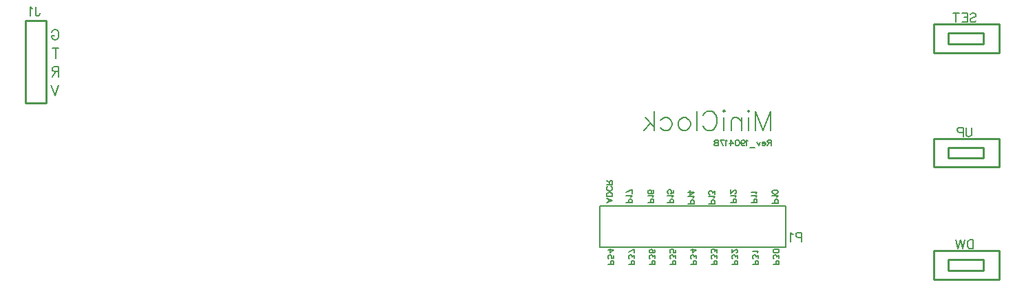
<source format=gbo>
G04 Layer: BottomSilkLayer*
G04 EasyEDA v5.9.42, Fri, 19 Apr 2019 15:14:02 GMT*
G04 1b50a63325eb494884fe414bfed8a826*
G04 Gerber Generator version 0.2*
G04 Scale: 100 percent, Rotated: No, Reflected: No *
G04 Dimensions in inches *
G04 leading zeros omitted , absolute positions ,2 integer and 4 decimal *
%FSLAX24Y24*%
%MOIN*%
G90*
G70D02*

%ADD10C,0.010000*%
%ADD11C,0.006000*%
%ADD13C,0.008000*%
%ADD36C,0.005000*%

%LPD*%
G54D10*
G01X47026Y8946D02*
G01X47026Y8986D01*
G01X45333Y8986D01*
G01X45333Y8474D01*
G01X47026Y8474D01*
G01X47026Y8946D01*
G01X46200Y9419D02*
G01X44625Y9419D01*
G01X44625Y8041D01*
G01X47775Y8041D01*
G01X47775Y9419D01*
G01X46200Y9419D01*
G01X1650Y15150D02*
G01X650Y15150D01*
G01X650Y11150D01*
G01X1650Y11150D01*
G01X1650Y15150D01*
G01X47026Y14496D02*
G01X47026Y14536D01*
G01X45333Y14536D01*
G01X45333Y14024D01*
G01X47026Y14024D01*
G01X47026Y14496D01*
G01X46200Y14969D02*
G01X44625Y14969D01*
G01X44625Y13591D01*
G01X47775Y13591D01*
G01X47775Y14969D01*
G01X46200Y14969D01*
G01X47026Y3496D02*
G01X47026Y3536D01*
G01X45333Y3536D01*
G01X45333Y3024D01*
G01X47026Y3024D01*
G01X47026Y3496D01*
G01X46200Y3969D02*
G01X44625Y3969D01*
G01X44625Y2591D01*
G01X47775Y2591D01*
G01X47775Y3969D01*
G01X46200Y3969D01*
G54D13*
G01X37450Y6150D02*
G01X28450Y6150D01*
G01X28450Y4150D01*
G01X37450Y4150D01*
G01X37450Y6150D01*
G01X36727Y10754D02*
G01X36727Y9799D01*
G01X36727Y10754D02*
G01X36363Y9799D01*
G01X36000Y10754D02*
G01X36363Y9799D01*
G01X36000Y10754D02*
G01X36000Y9799D01*
G01X35700Y10754D02*
G01X35654Y10708D01*
G01X35609Y10754D01*
G01X35654Y10799D01*
G01X35700Y10754D01*
G01X35654Y10436D02*
G01X35654Y9799D01*
G01X35309Y10436D02*
G01X35309Y9799D01*
G01X35309Y10254D02*
G01X35172Y10390D01*
G01X35081Y10436D01*
G01X34945Y10436D01*
G01X34854Y10390D01*
G01X34809Y10254D01*
G01X34809Y9799D01*
G01X34509Y10754D02*
G01X34463Y10708D01*
G01X34418Y10754D01*
G01X34463Y10799D01*
G01X34509Y10754D01*
G01X34463Y10436D02*
G01X34463Y9799D01*
G01X33436Y10527D02*
G01X33481Y10618D01*
G01X33572Y10708D01*
G01X33663Y10754D01*
G01X33845Y10754D01*
G01X33936Y10708D01*
G01X34027Y10618D01*
G01X34072Y10527D01*
G01X34118Y10390D01*
G01X34118Y10163D01*
G01X34072Y10027D01*
G01X34027Y9936D01*
G01X33936Y9845D01*
G01X33845Y9799D01*
G01X33663Y9799D01*
G01X33572Y9845D01*
G01X33481Y9936D01*
G01X33436Y10027D01*
G01X33136Y10754D02*
G01X33136Y9799D01*
G01X32609Y10436D02*
G01X32700Y10390D01*
G01X32790Y10299D01*
G01X32836Y10163D01*
G01X32836Y10072D01*
G01X32790Y9936D01*
G01X32700Y9845D01*
G01X32609Y9799D01*
G01X32472Y9799D01*
G01X32381Y9845D01*
G01X32290Y9936D01*
G01X32245Y10072D01*
G01X32245Y10163D01*
G01X32290Y10299D01*
G01X32381Y10390D01*
G01X32472Y10436D01*
G01X32609Y10436D01*
G01X31400Y10299D02*
G01X31490Y10390D01*
G01X31581Y10436D01*
G01X31718Y10436D01*
G01X31809Y10390D01*
G01X31900Y10299D01*
G01X31945Y10163D01*
G01X31945Y10072D01*
G01X31900Y9936D01*
G01X31809Y9845D01*
G01X31718Y9799D01*
G01X31581Y9799D01*
G01X31490Y9845D01*
G01X31400Y9936D01*
G01X31100Y10754D02*
G01X31100Y9799D01*
G01X30645Y10436D02*
G01X31100Y9981D01*
G01X30918Y10163D02*
G01X30600Y9799D01*
G01X1922Y14586D02*
G01X1945Y14631D01*
G01X1990Y14677D01*
G01X2036Y14700D01*
G01X2127Y14700D01*
G01X2172Y14677D01*
G01X2218Y14631D01*
G01X2240Y14586D01*
G01X2263Y14518D01*
G01X2263Y14404D01*
G01X2240Y14336D01*
G01X2218Y14290D01*
G01X2172Y14245D01*
G01X2127Y14222D01*
G01X2036Y14222D01*
G01X1990Y14245D01*
G01X1945Y14290D01*
G01X1922Y14336D01*
G01X1922Y14404D01*
G01X2036Y14404D02*
G01X1922Y14404D01*
G01X2104Y13800D02*
G01X2104Y13322D01*
G01X2263Y13800D02*
G01X1945Y13800D01*
G01X2263Y12900D02*
G01X2263Y12422D01*
G01X2263Y12900D02*
G01X2059Y12900D01*
G01X1990Y12877D01*
G01X1968Y12854D01*
G01X1945Y12809D01*
G01X1945Y12763D01*
G01X1968Y12718D01*
G01X1990Y12695D01*
G01X2059Y12672D01*
G01X2263Y12672D01*
G01X2104Y12672D02*
G01X1945Y12422D01*
G01X2263Y12000D02*
G01X2081Y11522D01*
G01X1900Y12000D02*
G01X2081Y11522D01*
G54D36*
G01X37083Y6286D02*
G01X36797Y6286D01*
G01X37083Y6286D02*
G01X37083Y6409D01*
G01X37069Y6449D01*
G01X37056Y6463D01*
G01X37029Y6477D01*
G01X36988Y6477D01*
G01X36960Y6463D01*
G01X36947Y6449D01*
G01X36933Y6409D01*
G01X36933Y6286D01*
G01X37029Y6567D02*
G01X37042Y6594D01*
G01X37083Y6635D01*
G01X36797Y6635D01*
G01X37083Y6807D02*
G01X37069Y6766D01*
G01X37029Y6739D01*
G01X36960Y6725D01*
G01X36919Y6725D01*
G01X36851Y6739D01*
G01X36810Y6766D01*
G01X36797Y6807D01*
G01X36797Y6834D01*
G01X36810Y6875D01*
G01X36851Y6902D01*
G01X36919Y6916D01*
G01X36960Y6916D01*
G01X37029Y6902D01*
G01X37069Y6875D01*
G01X37083Y6834D01*
G01X37083Y6807D01*
G01X36063Y6300D02*
G01X35777Y6300D01*
G01X36063Y6300D02*
G01X36063Y6422D01*
G01X36050Y6463D01*
G01X36036Y6477D01*
G01X36009Y6490D01*
G01X35968Y6490D01*
G01X35940Y6477D01*
G01X35927Y6463D01*
G01X35913Y6422D01*
G01X35913Y6300D01*
G01X36009Y6580D02*
G01X36022Y6608D01*
G01X36063Y6649D01*
G01X35777Y6649D01*
G01X36009Y6739D02*
G01X36022Y6766D01*
G01X36063Y6807D01*
G01X35777Y6807D01*
G01X35063Y6300D02*
G01X34777Y6300D01*
G01X35063Y6300D02*
G01X35063Y6422D01*
G01X35050Y6463D01*
G01X35036Y6477D01*
G01X35009Y6490D01*
G01X34968Y6490D01*
G01X34940Y6477D01*
G01X34927Y6463D01*
G01X34913Y6422D01*
G01X34913Y6300D01*
G01X35009Y6580D02*
G01X35022Y6608D01*
G01X35063Y6649D01*
G01X34777Y6649D01*
G01X34995Y6752D02*
G01X35009Y6752D01*
G01X35036Y6766D01*
G01X35050Y6780D01*
G01X35063Y6807D01*
G01X35063Y6861D01*
G01X35050Y6889D01*
G01X35036Y6902D01*
G01X35009Y6916D01*
G01X34981Y6916D01*
G01X34954Y6902D01*
G01X34913Y6875D01*
G01X34777Y6739D01*
G01X34777Y6930D01*
G01X34013Y6250D02*
G01X33727Y6250D01*
G01X34013Y6250D02*
G01X34013Y6372D01*
G01X34000Y6413D01*
G01X33986Y6427D01*
G01X33959Y6440D01*
G01X33918Y6440D01*
G01X33890Y6427D01*
G01X33877Y6413D01*
G01X33863Y6372D01*
G01X33863Y6250D01*
G01X33959Y6530D02*
G01X33972Y6558D01*
G01X34013Y6599D01*
G01X33727Y6599D01*
G01X34013Y6716D02*
G01X34013Y6866D01*
G01X33904Y6784D01*
G01X33904Y6825D01*
G01X33890Y6852D01*
G01X33877Y6866D01*
G01X33836Y6880D01*
G01X33809Y6880D01*
G01X33768Y6866D01*
G01X33740Y6839D01*
G01X33727Y6798D01*
G01X33727Y6757D01*
G01X33740Y6716D01*
G01X33754Y6702D01*
G01X33781Y6689D01*
G01X33013Y6250D02*
G01X32727Y6250D01*
G01X33013Y6250D02*
G01X33013Y6372D01*
G01X33000Y6413D01*
G01X32986Y6427D01*
G01X32959Y6440D01*
G01X32918Y6440D01*
G01X32890Y6427D01*
G01X32877Y6413D01*
G01X32863Y6372D01*
G01X32863Y6250D01*
G01X32959Y6530D02*
G01X32972Y6558D01*
G01X33013Y6599D01*
G01X32727Y6599D01*
G01X33013Y6825D02*
G01X32822Y6689D01*
G01X32822Y6893D01*
G01X33013Y6825D02*
G01X32727Y6825D01*
G01X32013Y6300D02*
G01X31727Y6300D01*
G01X32013Y6300D02*
G01X32013Y6422D01*
G01X32000Y6463D01*
G01X31986Y6477D01*
G01X31959Y6490D01*
G01X31918Y6490D01*
G01X31890Y6477D01*
G01X31877Y6463D01*
G01X31863Y6422D01*
G01X31863Y6300D01*
G01X31959Y6580D02*
G01X31972Y6608D01*
G01X32013Y6649D01*
G01X31727Y6649D01*
G01X32013Y6902D02*
G01X32013Y6766D01*
G01X31890Y6752D01*
G01X31904Y6766D01*
G01X31918Y6807D01*
G01X31918Y6848D01*
G01X31904Y6889D01*
G01X31877Y6916D01*
G01X31836Y6930D01*
G01X31809Y6930D01*
G01X31768Y6916D01*
G01X31740Y6889D01*
G01X31727Y6848D01*
G01X31727Y6807D01*
G01X31740Y6766D01*
G01X31754Y6752D01*
G01X31781Y6739D01*
G01X31063Y6300D02*
G01X30777Y6300D01*
G01X31063Y6300D02*
G01X31063Y6422D01*
G01X31050Y6463D01*
G01X31036Y6477D01*
G01X31009Y6490D01*
G01X30968Y6490D01*
G01X30940Y6477D01*
G01X30927Y6463D01*
G01X30913Y6422D01*
G01X30913Y6300D01*
G01X31009Y6580D02*
G01X31022Y6608D01*
G01X31063Y6649D01*
G01X30777Y6649D01*
G01X31022Y6902D02*
G01X31050Y6889D01*
G01X31063Y6848D01*
G01X31063Y6820D01*
G01X31050Y6780D01*
G01X31009Y6752D01*
G01X30940Y6739D01*
G01X30872Y6739D01*
G01X30818Y6752D01*
G01X30790Y6780D01*
G01X30777Y6820D01*
G01X30777Y6834D01*
G01X30790Y6875D01*
G01X30818Y6902D01*
G01X30859Y6916D01*
G01X30872Y6916D01*
G01X30913Y6902D01*
G01X30940Y6875D01*
G01X30954Y6834D01*
G01X30954Y6820D01*
G01X30940Y6780D01*
G01X30913Y6752D01*
G01X30872Y6739D01*
G01X30013Y6300D02*
G01X29727Y6300D01*
G01X30013Y6300D02*
G01X30013Y6422D01*
G01X30000Y6463D01*
G01X29986Y6477D01*
G01X29959Y6490D01*
G01X29918Y6490D01*
G01X29890Y6477D01*
G01X29877Y6463D01*
G01X29863Y6422D01*
G01X29863Y6300D01*
G01X29959Y6580D02*
G01X29972Y6608D01*
G01X30013Y6649D01*
G01X29727Y6649D01*
G01X30013Y6930D02*
G01X29727Y6793D01*
G01X30013Y6739D02*
G01X30013Y6930D01*
G01X29063Y6409D02*
G01X28777Y6300D01*
G01X29063Y6409D02*
G01X28777Y6518D01*
G01X28872Y6340D02*
G01X28872Y6477D01*
G01X29063Y6608D02*
G01X28777Y6608D01*
G01X29063Y6608D02*
G01X29063Y6703D01*
G01X29050Y6744D01*
G01X29022Y6771D01*
G01X28995Y6785D01*
G01X28954Y6799D01*
G01X28886Y6799D01*
G01X28845Y6785D01*
G01X28818Y6771D01*
G01X28790Y6744D01*
G01X28777Y6703D01*
G01X28777Y6608D01*
G01X28995Y7093D02*
G01X29022Y7080D01*
G01X29050Y7052D01*
G01X29063Y7025D01*
G01X29063Y6970D01*
G01X29050Y6943D01*
G01X29022Y6916D01*
G01X28995Y6902D01*
G01X28954Y6889D01*
G01X28886Y6889D01*
G01X28845Y6902D01*
G01X28818Y6916D01*
G01X28790Y6943D01*
G01X28777Y6970D01*
G01X28777Y7025D01*
G01X28790Y7052D01*
G01X28818Y7080D01*
G01X28845Y7093D01*
G01X29063Y7183D02*
G01X28777Y7183D01*
G01X29063Y7183D02*
G01X29063Y7306D01*
G01X29050Y7347D01*
G01X29036Y7360D01*
G01X29009Y7374D01*
G01X28981Y7374D01*
G01X28954Y7360D01*
G01X28940Y7347D01*
G01X28927Y7306D01*
G01X28927Y7183D01*
G01X28927Y7279D02*
G01X28777Y7374D01*
G01X37127Y3300D02*
G01X36840Y3300D01*
G01X37127Y3300D02*
G01X37127Y3422D01*
G01X37113Y3463D01*
G01X37100Y3477D01*
G01X37072Y3490D01*
G01X37031Y3490D01*
G01X37004Y3477D01*
G01X36990Y3463D01*
G01X36977Y3422D01*
G01X36977Y3300D01*
G01X37127Y3608D02*
G01X37127Y3758D01*
G01X37018Y3676D01*
G01X37018Y3717D01*
G01X37004Y3744D01*
G01X36990Y3758D01*
G01X36950Y3771D01*
G01X36922Y3771D01*
G01X36881Y3758D01*
G01X36854Y3730D01*
G01X36840Y3690D01*
G01X36840Y3649D01*
G01X36854Y3608D01*
G01X36868Y3594D01*
G01X36895Y3580D01*
G01X37127Y3943D02*
G01X37113Y3902D01*
G01X37072Y3875D01*
G01X37004Y3861D01*
G01X36963Y3861D01*
G01X36895Y3875D01*
G01X36854Y3902D01*
G01X36840Y3943D01*
G01X36840Y3970D01*
G01X36854Y4011D01*
G01X36895Y4039D01*
G01X36963Y4052D01*
G01X37004Y4052D01*
G01X37072Y4039D01*
G01X37113Y4011D01*
G01X37127Y3970D01*
G01X37127Y3943D01*
G01X36127Y3300D02*
G01X35840Y3300D01*
G01X36127Y3300D02*
G01X36127Y3422D01*
G01X36113Y3463D01*
G01X36100Y3477D01*
G01X36072Y3490D01*
G01X36031Y3490D01*
G01X36004Y3477D01*
G01X35990Y3463D01*
G01X35977Y3422D01*
G01X35977Y3300D01*
G01X36127Y3608D02*
G01X36127Y3758D01*
G01X36018Y3676D01*
G01X36018Y3717D01*
G01X36004Y3744D01*
G01X35990Y3758D01*
G01X35950Y3771D01*
G01X35922Y3771D01*
G01X35881Y3758D01*
G01X35854Y3730D01*
G01X35840Y3690D01*
G01X35840Y3649D01*
G01X35854Y3608D01*
G01X35868Y3594D01*
G01X35895Y3580D01*
G01X36072Y3861D02*
G01X36086Y3889D01*
G01X36127Y3930D01*
G01X35840Y3930D01*
G01X35127Y3300D02*
G01X34840Y3300D01*
G01X35127Y3300D02*
G01X35127Y3422D01*
G01X35113Y3463D01*
G01X35100Y3477D01*
G01X35072Y3490D01*
G01X35031Y3490D01*
G01X35004Y3477D01*
G01X34990Y3463D01*
G01X34977Y3422D01*
G01X34977Y3300D01*
G01X35127Y3608D02*
G01X35127Y3758D01*
G01X35018Y3676D01*
G01X35018Y3717D01*
G01X35004Y3744D01*
G01X34990Y3758D01*
G01X34950Y3771D01*
G01X34922Y3771D01*
G01X34881Y3758D01*
G01X34854Y3730D01*
G01X34840Y3690D01*
G01X34840Y3649D01*
G01X34854Y3608D01*
G01X34868Y3594D01*
G01X34895Y3580D01*
G01X35059Y3875D02*
G01X35072Y3875D01*
G01X35100Y3889D01*
G01X35113Y3902D01*
G01X35127Y3930D01*
G01X35127Y3984D01*
G01X35113Y4011D01*
G01X35100Y4025D01*
G01X35072Y4039D01*
G01X35045Y4039D01*
G01X35018Y4025D01*
G01X34977Y3998D01*
G01X34840Y3861D01*
G01X34840Y4052D01*
G01X34127Y3300D02*
G01X33840Y3300D01*
G01X34127Y3300D02*
G01X34127Y3422D01*
G01X34113Y3463D01*
G01X34100Y3477D01*
G01X34072Y3490D01*
G01X34031Y3490D01*
G01X34004Y3477D01*
G01X33990Y3463D01*
G01X33977Y3422D01*
G01X33977Y3300D01*
G01X34127Y3608D02*
G01X34127Y3758D01*
G01X34018Y3676D01*
G01X34018Y3717D01*
G01X34004Y3744D01*
G01X33990Y3758D01*
G01X33950Y3771D01*
G01X33922Y3771D01*
G01X33881Y3758D01*
G01X33854Y3730D01*
G01X33840Y3690D01*
G01X33840Y3649D01*
G01X33854Y3608D01*
G01X33868Y3594D01*
G01X33895Y3580D01*
G01X34127Y3889D02*
G01X34127Y4039D01*
G01X34018Y3957D01*
G01X34018Y3998D01*
G01X34004Y4025D01*
G01X33990Y4039D01*
G01X33950Y4052D01*
G01X33922Y4052D01*
G01X33881Y4039D01*
G01X33854Y4011D01*
G01X33840Y3970D01*
G01X33840Y3930D01*
G01X33854Y3889D01*
G01X33868Y3875D01*
G01X33895Y3861D01*
G01X33127Y3300D02*
G01X32840Y3300D01*
G01X33127Y3300D02*
G01X33127Y3422D01*
G01X33113Y3463D01*
G01X33100Y3477D01*
G01X33072Y3490D01*
G01X33031Y3490D01*
G01X33004Y3477D01*
G01X32990Y3463D01*
G01X32977Y3422D01*
G01X32977Y3300D01*
G01X33127Y3608D02*
G01X33127Y3758D01*
G01X33018Y3676D01*
G01X33018Y3717D01*
G01X33004Y3744D01*
G01X32990Y3758D01*
G01X32950Y3771D01*
G01X32922Y3771D01*
G01X32881Y3758D01*
G01X32854Y3730D01*
G01X32840Y3690D01*
G01X32840Y3649D01*
G01X32854Y3608D01*
G01X32868Y3594D01*
G01X32895Y3580D01*
G01X33127Y3998D02*
G01X32936Y3861D01*
G01X32936Y4066D01*
G01X33127Y3998D02*
G01X32840Y3998D01*
G01X32127Y3300D02*
G01X31840Y3300D01*
G01X32127Y3300D02*
G01X32127Y3422D01*
G01X32113Y3463D01*
G01X32100Y3477D01*
G01X32072Y3490D01*
G01X32031Y3490D01*
G01X32004Y3477D01*
G01X31990Y3463D01*
G01X31977Y3422D01*
G01X31977Y3300D01*
G01X32127Y3608D02*
G01X32127Y3758D01*
G01X32018Y3676D01*
G01X32018Y3717D01*
G01X32004Y3744D01*
G01X31990Y3758D01*
G01X31950Y3771D01*
G01X31922Y3771D01*
G01X31881Y3758D01*
G01X31854Y3730D01*
G01X31840Y3690D01*
G01X31840Y3649D01*
G01X31854Y3608D01*
G01X31868Y3594D01*
G01X31895Y3580D01*
G01X32127Y4025D02*
G01X32127Y3889D01*
G01X32004Y3875D01*
G01X32018Y3889D01*
G01X32031Y3930D01*
G01X32031Y3970D01*
G01X32018Y4011D01*
G01X31990Y4039D01*
G01X31950Y4052D01*
G01X31922Y4052D01*
G01X31881Y4039D01*
G01X31854Y4011D01*
G01X31840Y3970D01*
G01X31840Y3930D01*
G01X31854Y3889D01*
G01X31868Y3875D01*
G01X31895Y3861D01*
G01X31127Y3300D02*
G01X30840Y3300D01*
G01X31127Y3300D02*
G01X31127Y3422D01*
G01X31113Y3463D01*
G01X31100Y3477D01*
G01X31072Y3490D01*
G01X31031Y3490D01*
G01X31004Y3477D01*
G01X30990Y3463D01*
G01X30977Y3422D01*
G01X30977Y3300D01*
G01X31127Y3608D02*
G01X31127Y3758D01*
G01X31018Y3676D01*
G01X31018Y3717D01*
G01X31004Y3744D01*
G01X30990Y3758D01*
G01X30950Y3771D01*
G01X30922Y3771D01*
G01X30881Y3758D01*
G01X30854Y3730D01*
G01X30840Y3690D01*
G01X30840Y3649D01*
G01X30854Y3608D01*
G01X30868Y3594D01*
G01X30895Y3580D01*
G01X31086Y4025D02*
G01X31113Y4011D01*
G01X31127Y3970D01*
G01X31127Y3943D01*
G01X31113Y3902D01*
G01X31072Y3875D01*
G01X31004Y3861D01*
G01X30936Y3861D01*
G01X30881Y3875D01*
G01X30854Y3902D01*
G01X30840Y3943D01*
G01X30840Y3957D01*
G01X30854Y3998D01*
G01X30881Y4025D01*
G01X30922Y4039D01*
G01X30936Y4039D01*
G01X30977Y4025D01*
G01X31004Y3998D01*
G01X31018Y3957D01*
G01X31018Y3943D01*
G01X31004Y3902D01*
G01X30977Y3875D01*
G01X30936Y3861D01*
G01X30127Y3300D02*
G01X29840Y3300D01*
G01X30127Y3300D02*
G01X30127Y3422D01*
G01X30113Y3463D01*
G01X30100Y3477D01*
G01X30072Y3490D01*
G01X30031Y3490D01*
G01X30004Y3477D01*
G01X29990Y3463D01*
G01X29977Y3422D01*
G01X29977Y3300D01*
G01X30127Y3608D02*
G01X30127Y3758D01*
G01X30018Y3676D01*
G01X30018Y3717D01*
G01X30004Y3744D01*
G01X29990Y3758D01*
G01X29950Y3771D01*
G01X29922Y3771D01*
G01X29881Y3758D01*
G01X29854Y3730D01*
G01X29840Y3690D01*
G01X29840Y3649D01*
G01X29854Y3608D01*
G01X29868Y3594D01*
G01X29895Y3580D01*
G01X30127Y4052D02*
G01X29840Y3916D01*
G01X30127Y3861D02*
G01X30127Y4052D01*
G01X29127Y3300D02*
G01X28840Y3300D01*
G01X29127Y3300D02*
G01X29127Y3422D01*
G01X29113Y3463D01*
G01X29100Y3477D01*
G01X29072Y3490D01*
G01X29031Y3490D01*
G01X29004Y3477D01*
G01X28990Y3463D01*
G01X28977Y3422D01*
G01X28977Y3300D01*
G01X29127Y3744D02*
G01X29127Y3608D01*
G01X29004Y3594D01*
G01X29018Y3608D01*
G01X29031Y3649D01*
G01X29031Y3690D01*
G01X29018Y3730D01*
G01X28990Y3758D01*
G01X28950Y3771D01*
G01X28922Y3771D01*
G01X28881Y3758D01*
G01X28854Y3730D01*
G01X28840Y3690D01*
G01X28840Y3649D01*
G01X28854Y3608D01*
G01X28868Y3594D01*
G01X28895Y3580D01*
G01X29127Y3998D02*
G01X28936Y3861D01*
G01X28936Y4066D01*
G01X29127Y3998D02*
G01X28840Y3998D01*
G01X36754Y9349D02*
G01X36754Y9063D01*
G01X36754Y9349D02*
G01X36631Y9349D01*
G01X36591Y9336D01*
G01X36577Y9322D01*
G01X36563Y9295D01*
G01X36563Y9268D01*
G01X36577Y9240D01*
G01X36591Y9227D01*
G01X36631Y9213D01*
G01X36754Y9213D01*
G01X36659Y9213D02*
G01X36563Y9063D01*
G01X36473Y9172D02*
G01X36310Y9172D01*
G01X36310Y9199D01*
G01X36323Y9227D01*
G01X36337Y9240D01*
G01X36364Y9254D01*
G01X36405Y9254D01*
G01X36432Y9240D01*
G01X36460Y9213D01*
G01X36473Y9172D01*
G01X36473Y9145D01*
G01X36460Y9104D01*
G01X36432Y9077D01*
G01X36405Y9063D01*
G01X36364Y9063D01*
G01X36337Y9077D01*
G01X36310Y9104D01*
G01X36220Y9254D02*
G01X36138Y9063D01*
G01X36056Y9254D02*
G01X36138Y9063D01*
G01X35966Y8968D02*
G01X35721Y8968D01*
G01X35631Y9295D02*
G01X35603Y9309D01*
G01X35562Y9349D01*
G01X35562Y9063D01*
G01X35295Y9254D02*
G01X35309Y9213D01*
G01X35336Y9186D01*
G01X35377Y9172D01*
G01X35391Y9172D01*
G01X35431Y9186D01*
G01X35459Y9213D01*
G01X35472Y9254D01*
G01X35472Y9268D01*
G01X35459Y9309D01*
G01X35431Y9336D01*
G01X35391Y9349D01*
G01X35377Y9349D01*
G01X35336Y9336D01*
G01X35309Y9309D01*
G01X35295Y9254D01*
G01X35295Y9186D01*
G01X35309Y9118D01*
G01X35336Y9077D01*
G01X35377Y9063D01*
G01X35404Y9063D01*
G01X35445Y9077D01*
G01X35459Y9104D01*
G01X35123Y9349D02*
G01X35164Y9336D01*
G01X35191Y9295D01*
G01X35205Y9227D01*
G01X35205Y9186D01*
G01X35191Y9118D01*
G01X35164Y9077D01*
G01X35123Y9063D01*
G01X35096Y9063D01*
G01X35055Y9077D01*
G01X35028Y9118D01*
G01X35014Y9186D01*
G01X35014Y9227D01*
G01X35028Y9295D01*
G01X35055Y9336D01*
G01X35096Y9349D01*
G01X35123Y9349D01*
G01X34788Y9349D02*
G01X34924Y9159D01*
G01X34720Y9159D01*
G01X34788Y9349D02*
G01X34788Y9063D01*
G01X34630Y9295D02*
G01X34602Y9309D01*
G01X34561Y9349D01*
G01X34561Y9063D01*
G01X34281Y9349D02*
G01X34417Y9063D01*
G01X34471Y9349D02*
G01X34281Y9349D01*
G01X34191Y9349D02*
G01X34191Y9063D01*
G01X34191Y9349D02*
G01X34068Y9349D01*
G01X34027Y9336D01*
G01X34013Y9322D01*
G01X34000Y9295D01*
G01X34000Y9268D01*
G01X34013Y9240D01*
G01X34027Y9227D01*
G01X34068Y9213D01*
G01X34191Y9213D02*
G01X34068Y9213D01*
G01X34027Y9199D01*
G01X34013Y9186D01*
G01X34000Y9159D01*
G01X34000Y9118D01*
G01X34013Y9090D01*
G01X34027Y9077D01*
G01X34068Y9063D01*
G01X34191Y9063D01*
G54D11*
G01X46457Y9950D02*
G01X46457Y9643D01*
G01X46437Y9582D01*
G01X46396Y9541D01*
G01X46334Y9521D01*
G01X46293Y9521D01*
G01X46232Y9541D01*
G01X46191Y9582D01*
G01X46171Y9643D01*
G01X46171Y9950D01*
G01X46036Y9950D02*
G01X46036Y9521D01*
G01X46036Y9950D02*
G01X45852Y9950D01*
G01X45790Y9930D01*
G01X45770Y9909D01*
G01X45749Y9868D01*
G01X45749Y9807D01*
G01X45770Y9766D01*
G01X45790Y9746D01*
G01X45852Y9725D01*
G01X46036Y9725D01*
G01X1137Y15800D02*
G01X1137Y15473D01*
G01X1158Y15412D01*
G01X1178Y15391D01*
G01X1219Y15371D01*
G01X1260Y15371D01*
G01X1301Y15391D01*
G01X1322Y15412D01*
G01X1342Y15473D01*
G01X1342Y15514D01*
G01X1002Y15719D02*
G01X962Y15739D01*
G01X900Y15800D01*
G01X900Y15371D01*
G01X46372Y15439D02*
G01X46413Y15480D01*
G01X46474Y15500D01*
G01X46556Y15500D01*
G01X46617Y15480D01*
G01X46658Y15439D01*
G01X46658Y15398D01*
G01X46638Y15357D01*
G01X46617Y15337D01*
G01X46576Y15316D01*
G01X46453Y15275D01*
G01X46413Y15255D01*
G01X46392Y15234D01*
G01X46372Y15193D01*
G01X46372Y15132D01*
G01X46413Y15091D01*
G01X46474Y15071D01*
G01X46556Y15071D01*
G01X46617Y15091D01*
G01X46658Y15132D01*
G01X46237Y15500D02*
G01X46237Y15071D01*
G01X46237Y15500D02*
G01X45971Y15500D01*
G01X46237Y15296D02*
G01X46073Y15296D01*
G01X46237Y15071D02*
G01X45971Y15071D01*
G01X45693Y15500D02*
G01X45693Y15071D01*
G01X45836Y15500D02*
G01X45549Y15500D01*
G01X46530Y4500D02*
G01X46530Y4071D01*
G01X46530Y4500D02*
G01X46387Y4500D01*
G01X46325Y4480D01*
G01X46285Y4439D01*
G01X46264Y4398D01*
G01X46244Y4337D01*
G01X46244Y4234D01*
G01X46264Y4173D01*
G01X46285Y4132D01*
G01X46325Y4091D01*
G01X46387Y4071D01*
G01X46530Y4071D01*
G01X46109Y4500D02*
G01X46006Y4071D01*
G01X45904Y4500D02*
G01X46006Y4071D01*
G01X45904Y4500D02*
G01X45802Y4071D01*
G01X45700Y4500D02*
G01X45802Y4071D01*
G01X38224Y4850D02*
G01X38224Y4421D01*
G01X38224Y4850D02*
G01X38040Y4850D01*
G01X37979Y4830D01*
G01X37958Y4810D01*
G01X37938Y4769D01*
G01X37938Y4707D01*
G01X37958Y4666D01*
G01X37979Y4646D01*
G01X38040Y4625D01*
G01X38224Y4625D01*
G01X37803Y4769D02*
G01X37762Y4789D01*
G01X37700Y4850D01*
G01X37700Y4421D01*
M00*
M02*

</source>
